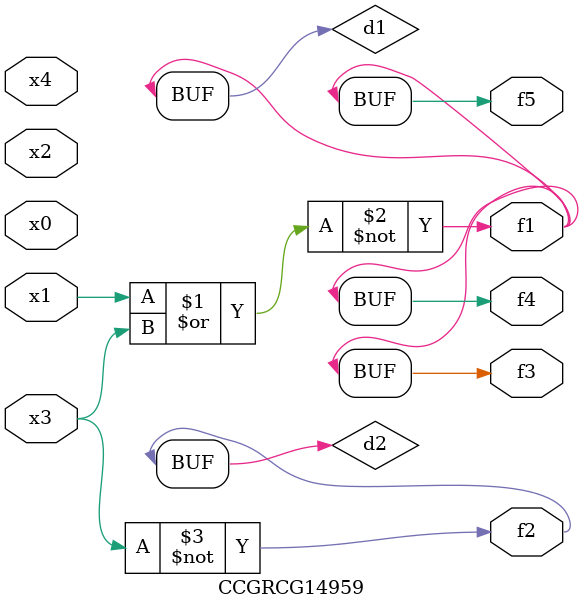
<source format=v>
module CCGRCG14959(
	input x0, x1, x2, x3, x4,
	output f1, f2, f3, f4, f5
);

	wire d1, d2;

	nor (d1, x1, x3);
	not (d2, x3);
	assign f1 = d1;
	assign f2 = d2;
	assign f3 = d1;
	assign f4 = d1;
	assign f5 = d1;
endmodule

</source>
